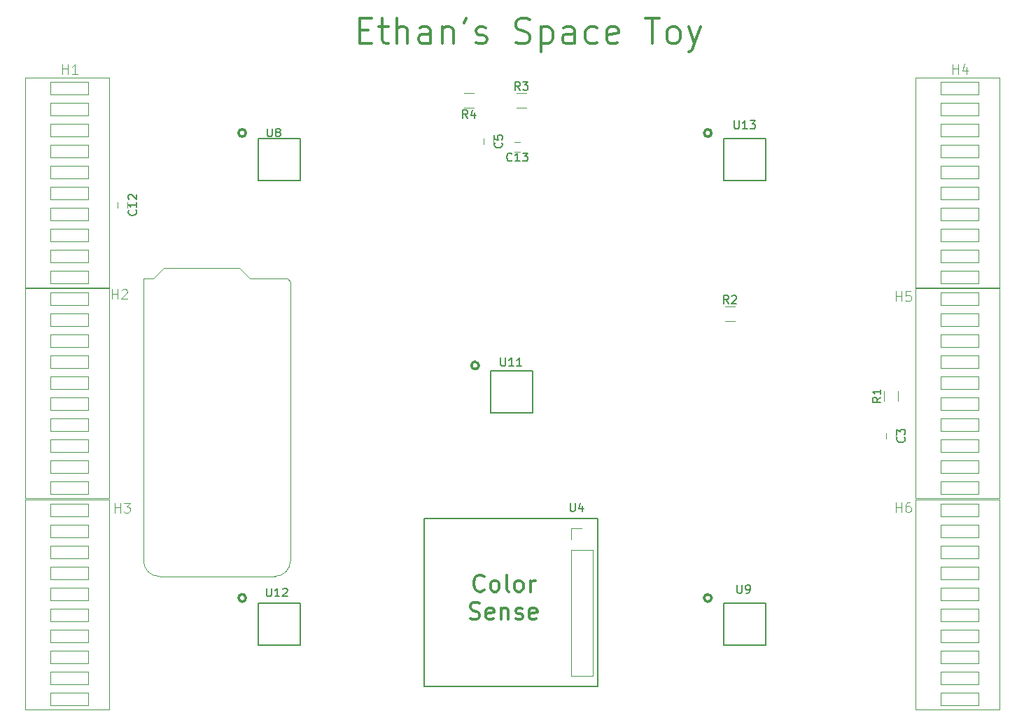
<source format=gbr>
G04 #@! TF.FileFunction,Legend,Top*
%FSLAX46Y46*%
G04 Gerber Fmt 4.6, Leading zero omitted, Abs format (unit mm)*
G04 Created by KiCad (PCBNEW 4.0.6) date 09/02/17 13:52:09*
%MOMM*%
%LPD*%
G01*
G04 APERTURE LIST*
%ADD10C,0.100000*%
%ADD11C,0.300000*%
%ADD12C,0.120000*%
%ADD13C,0.150000*%
%ADD14C,0.101600*%
G04 APERTURE END LIST*
D10*
D11*
X135805333Y-134560714D02*
X135708571Y-134657476D01*
X135418286Y-134754238D01*
X135224762Y-134754238D01*
X134934476Y-134657476D01*
X134740952Y-134463952D01*
X134644191Y-134270429D01*
X134547429Y-133883381D01*
X134547429Y-133593095D01*
X134644191Y-133206048D01*
X134740952Y-133012524D01*
X134934476Y-132819000D01*
X135224762Y-132722238D01*
X135418286Y-132722238D01*
X135708571Y-132819000D01*
X135805333Y-132915762D01*
X136966476Y-134754238D02*
X136772952Y-134657476D01*
X136676191Y-134560714D01*
X136579429Y-134367190D01*
X136579429Y-133786619D01*
X136676191Y-133593095D01*
X136772952Y-133496333D01*
X136966476Y-133399571D01*
X137256762Y-133399571D01*
X137450286Y-133496333D01*
X137547048Y-133593095D01*
X137643810Y-133786619D01*
X137643810Y-134367190D01*
X137547048Y-134560714D01*
X137450286Y-134657476D01*
X137256762Y-134754238D01*
X136966476Y-134754238D01*
X138804952Y-134754238D02*
X138611428Y-134657476D01*
X138514667Y-134463952D01*
X138514667Y-132722238D01*
X139869333Y-134754238D02*
X139675809Y-134657476D01*
X139579048Y-134560714D01*
X139482286Y-134367190D01*
X139482286Y-133786619D01*
X139579048Y-133593095D01*
X139675809Y-133496333D01*
X139869333Y-133399571D01*
X140159619Y-133399571D01*
X140353143Y-133496333D01*
X140449905Y-133593095D01*
X140546667Y-133786619D01*
X140546667Y-134367190D01*
X140449905Y-134560714D01*
X140353143Y-134657476D01*
X140159619Y-134754238D01*
X139869333Y-134754238D01*
X141417524Y-134754238D02*
X141417524Y-133399571D01*
X141417524Y-133786619D02*
X141514285Y-133593095D01*
X141611047Y-133496333D01*
X141804571Y-133399571D01*
X141998095Y-133399571D01*
X134112001Y-138005476D02*
X134402286Y-138102238D01*
X134886096Y-138102238D01*
X135079620Y-138005476D01*
X135176382Y-137908714D01*
X135273143Y-137715190D01*
X135273143Y-137521667D01*
X135176382Y-137328143D01*
X135079620Y-137231381D01*
X134886096Y-137134619D01*
X134499048Y-137037857D01*
X134305524Y-136941095D01*
X134208763Y-136844333D01*
X134112001Y-136650810D01*
X134112001Y-136457286D01*
X134208763Y-136263762D01*
X134305524Y-136167000D01*
X134499048Y-136070238D01*
X134982858Y-136070238D01*
X135273143Y-136167000D01*
X136918096Y-138005476D02*
X136724572Y-138102238D01*
X136337524Y-138102238D01*
X136144001Y-138005476D01*
X136047239Y-137811952D01*
X136047239Y-137037857D01*
X136144001Y-136844333D01*
X136337524Y-136747571D01*
X136724572Y-136747571D01*
X136918096Y-136844333D01*
X137014858Y-137037857D01*
X137014858Y-137231381D01*
X136047239Y-137424905D01*
X137885715Y-136747571D02*
X137885715Y-138102238D01*
X137885715Y-136941095D02*
X137982476Y-136844333D01*
X138176000Y-136747571D01*
X138466286Y-136747571D01*
X138659810Y-136844333D01*
X138756572Y-137037857D01*
X138756572Y-138102238D01*
X139627429Y-138005476D02*
X139820952Y-138102238D01*
X140208000Y-138102238D01*
X140401524Y-138005476D01*
X140498286Y-137811952D01*
X140498286Y-137715190D01*
X140401524Y-137521667D01*
X140208000Y-137424905D01*
X139917714Y-137424905D01*
X139724191Y-137328143D01*
X139627429Y-137134619D01*
X139627429Y-137037857D01*
X139724191Y-136844333D01*
X139917714Y-136747571D01*
X140208000Y-136747571D01*
X140401524Y-136844333D01*
X142143238Y-138005476D02*
X141949714Y-138102238D01*
X141562666Y-138102238D01*
X141369143Y-138005476D01*
X141272381Y-137811952D01*
X141272381Y-137037857D01*
X141369143Y-136844333D01*
X141562666Y-136747571D01*
X141949714Y-136747571D01*
X142143238Y-136844333D01*
X142240000Y-137037857D01*
X142240000Y-137231381D01*
X141272381Y-137424905D01*
X120758858Y-66838286D02*
X121774858Y-66838286D01*
X122210287Y-68434857D02*
X120758858Y-68434857D01*
X120758858Y-65386857D01*
X122210287Y-65386857D01*
X123081144Y-66402857D02*
X124242287Y-66402857D01*
X123516572Y-65386857D02*
X123516572Y-67999429D01*
X123661715Y-68289714D01*
X123952001Y-68434857D01*
X124242287Y-68434857D01*
X125258286Y-68434857D02*
X125258286Y-65386857D01*
X126564572Y-68434857D02*
X126564572Y-66838286D01*
X126419429Y-66548000D01*
X126129143Y-66402857D01*
X125693715Y-66402857D01*
X125403429Y-66548000D01*
X125258286Y-66693143D01*
X129322286Y-68434857D02*
X129322286Y-66838286D01*
X129177143Y-66548000D01*
X128886857Y-66402857D01*
X128306286Y-66402857D01*
X128016000Y-66548000D01*
X129322286Y-68289714D02*
X129032000Y-68434857D01*
X128306286Y-68434857D01*
X128016000Y-68289714D01*
X127870857Y-67999429D01*
X127870857Y-67709143D01*
X128016000Y-67418857D01*
X128306286Y-67273714D01*
X129032000Y-67273714D01*
X129322286Y-67128571D01*
X130773714Y-66402857D02*
X130773714Y-68434857D01*
X130773714Y-66693143D02*
X130918857Y-66548000D01*
X131209143Y-66402857D01*
X131644571Y-66402857D01*
X131934857Y-66548000D01*
X132080000Y-66838286D01*
X132080000Y-68434857D01*
X133676571Y-65386857D02*
X133386285Y-65967429D01*
X134837714Y-68289714D02*
X135128000Y-68434857D01*
X135708572Y-68434857D01*
X135998857Y-68289714D01*
X136144000Y-67999429D01*
X136144000Y-67854286D01*
X135998857Y-67564000D01*
X135708572Y-67418857D01*
X135273143Y-67418857D01*
X134982857Y-67273714D01*
X134837714Y-66983429D01*
X134837714Y-66838286D01*
X134982857Y-66548000D01*
X135273143Y-66402857D01*
X135708572Y-66402857D01*
X135998857Y-66548000D01*
X139627429Y-68289714D02*
X140062858Y-68434857D01*
X140788572Y-68434857D01*
X141078858Y-68289714D01*
X141224001Y-68144571D01*
X141369144Y-67854286D01*
X141369144Y-67564000D01*
X141224001Y-67273714D01*
X141078858Y-67128571D01*
X140788572Y-66983429D01*
X140208001Y-66838286D01*
X139917715Y-66693143D01*
X139772572Y-66548000D01*
X139627429Y-66257714D01*
X139627429Y-65967429D01*
X139772572Y-65677143D01*
X139917715Y-65532000D01*
X140208001Y-65386857D01*
X140933715Y-65386857D01*
X141369144Y-65532000D01*
X142675429Y-66402857D02*
X142675429Y-69450857D01*
X142675429Y-66548000D02*
X142965715Y-66402857D01*
X143546286Y-66402857D01*
X143836572Y-66548000D01*
X143981715Y-66693143D01*
X144126858Y-66983429D01*
X144126858Y-67854286D01*
X143981715Y-68144571D01*
X143836572Y-68289714D01*
X143546286Y-68434857D01*
X142965715Y-68434857D01*
X142675429Y-68289714D01*
X146739429Y-68434857D02*
X146739429Y-66838286D01*
X146594286Y-66548000D01*
X146304000Y-66402857D01*
X145723429Y-66402857D01*
X145433143Y-66548000D01*
X146739429Y-68289714D02*
X146449143Y-68434857D01*
X145723429Y-68434857D01*
X145433143Y-68289714D01*
X145288000Y-67999429D01*
X145288000Y-67709143D01*
X145433143Y-67418857D01*
X145723429Y-67273714D01*
X146449143Y-67273714D01*
X146739429Y-67128571D01*
X149497143Y-68289714D02*
X149206857Y-68434857D01*
X148626286Y-68434857D01*
X148336000Y-68289714D01*
X148190857Y-68144571D01*
X148045714Y-67854286D01*
X148045714Y-66983429D01*
X148190857Y-66693143D01*
X148336000Y-66548000D01*
X148626286Y-66402857D01*
X149206857Y-66402857D01*
X149497143Y-66548000D01*
X151964571Y-68289714D02*
X151674285Y-68434857D01*
X151093714Y-68434857D01*
X150803428Y-68289714D01*
X150658285Y-67999429D01*
X150658285Y-66838286D01*
X150803428Y-66548000D01*
X151093714Y-66402857D01*
X151674285Y-66402857D01*
X151964571Y-66548000D01*
X152109714Y-66838286D01*
X152109714Y-67128571D01*
X150658285Y-67418857D01*
X155302857Y-65386857D02*
X157044571Y-65386857D01*
X156173714Y-68434857D02*
X156173714Y-65386857D01*
X158496000Y-68434857D02*
X158205714Y-68289714D01*
X158060571Y-68144571D01*
X157915428Y-67854286D01*
X157915428Y-66983429D01*
X158060571Y-66693143D01*
X158205714Y-66548000D01*
X158496000Y-66402857D01*
X158931428Y-66402857D01*
X159221714Y-66548000D01*
X159366857Y-66693143D01*
X159512000Y-66983429D01*
X159512000Y-67854286D01*
X159366857Y-68144571D01*
X159221714Y-68289714D01*
X158931428Y-68434857D01*
X158496000Y-68434857D01*
X160528000Y-66402857D02*
X161253714Y-68434857D01*
X161979428Y-66402857D02*
X161253714Y-68434857D01*
X160963428Y-69160571D01*
X160818285Y-69305714D01*
X160528000Y-69450857D01*
D10*
X112395000Y-97282000D02*
X112395000Y-131000500D01*
X110490000Y-132905500D02*
X96520000Y-132905500D01*
X94615000Y-131000500D02*
X94615000Y-96837500D01*
X94615000Y-96837500D02*
X95758000Y-96837500D01*
X95758000Y-96837500D02*
X97028000Y-95567500D01*
X97028000Y-95567500D02*
X106235500Y-95567500D01*
X106235500Y-95567500D02*
X107505500Y-96837500D01*
X107505500Y-96837500D02*
X112014000Y-96837500D01*
X112014000Y-96837500D02*
X112395000Y-97282000D01*
X112395000Y-131000500D02*
G75*
G02X110490000Y-132905500I-1905000J0D01*
G01*
X96520000Y-132905500D02*
G75*
G02X94615000Y-131000500I0J1905000D01*
G01*
D12*
X87884000Y-121412000D02*
X87884000Y-122936000D01*
X87884000Y-122936000D02*
X83312000Y-122936000D01*
X83312000Y-122936000D02*
X83312000Y-121412000D01*
X83312000Y-121412000D02*
X87884000Y-121412000D01*
X87884000Y-118872000D02*
X87884000Y-120396000D01*
X87884000Y-120396000D02*
X83312000Y-120396000D01*
X83312000Y-120396000D02*
X83312000Y-118872000D01*
X83312000Y-118872000D02*
X87884000Y-118872000D01*
X87884000Y-116332000D02*
X87884000Y-117856000D01*
X87884000Y-117856000D02*
X83312000Y-117856000D01*
X83312000Y-117856000D02*
X83312000Y-116332000D01*
X83312000Y-116332000D02*
X87884000Y-116332000D01*
X87884000Y-113792000D02*
X87884000Y-115316000D01*
X87884000Y-115316000D02*
X83312000Y-115316000D01*
X83312000Y-115316000D02*
X83312000Y-113792000D01*
X83312000Y-113792000D02*
X87884000Y-113792000D01*
X87884000Y-111252000D02*
X87884000Y-112776000D01*
X87884000Y-112776000D02*
X83312000Y-112776000D01*
X83312000Y-112776000D02*
X83312000Y-111252000D01*
X83312000Y-111252000D02*
X87884000Y-111252000D01*
X87884000Y-108712000D02*
X87884000Y-110236000D01*
X87884000Y-110236000D02*
X83312000Y-110236000D01*
X83312000Y-110236000D02*
X83312000Y-108712000D01*
X83312000Y-108712000D02*
X87884000Y-108712000D01*
X83312000Y-106172000D02*
X83312000Y-107696000D01*
X83312000Y-107696000D02*
X87884000Y-107696000D01*
X87884000Y-107696000D02*
X87884000Y-106172000D01*
X87884000Y-106172000D02*
X83312000Y-106172000D01*
X87884000Y-103632000D02*
X87884000Y-105156000D01*
X87884000Y-105156000D02*
X83312000Y-105156000D01*
X83312000Y-105156000D02*
X83312000Y-103632000D01*
X83312000Y-103632000D02*
X87884000Y-103632000D01*
X83312000Y-101092000D02*
X87884000Y-101092000D01*
X87884000Y-101092000D02*
X87884000Y-102616000D01*
X87884000Y-102616000D02*
X83312000Y-102616000D01*
X83312000Y-102616000D02*
X83312000Y-101092000D01*
X83312000Y-98552000D02*
X87884000Y-98552000D01*
X87884000Y-98552000D02*
X87884000Y-100076000D01*
X87884000Y-100076000D02*
X83312000Y-100076000D01*
X83312000Y-100076000D02*
X83312000Y-98552000D01*
X83312000Y-121920000D02*
X83312000Y-122428000D01*
X87884000Y-122428000D02*
X87884000Y-121920000D01*
X83312000Y-119380000D02*
X83312000Y-119888000D01*
X87884000Y-119888000D02*
X87884000Y-119380000D01*
X83312000Y-116840000D02*
X83312000Y-117348000D01*
X87884000Y-117348000D02*
X87884000Y-116840000D01*
X83312000Y-114300000D02*
X83312000Y-114808000D01*
X87884000Y-114808000D02*
X87884000Y-114300000D01*
X83312000Y-111760000D02*
X83312000Y-112268000D01*
X87884000Y-112268000D02*
X87884000Y-111760000D01*
X83312000Y-109220000D02*
X83312000Y-109728000D01*
X87884000Y-109728000D02*
X87884000Y-109220000D01*
X87884000Y-107188000D02*
X87884000Y-106680000D01*
X83312000Y-106680000D02*
X83312000Y-107188000D01*
X83312000Y-104140000D02*
X83312000Y-104648000D01*
X87884000Y-104648000D02*
X87884000Y-104140000D01*
X83312000Y-101600000D02*
X83312000Y-102108000D01*
X87884000Y-102108000D02*
X87884000Y-101600000D01*
X87884000Y-99060000D02*
X87884000Y-99568000D01*
X83312000Y-99568000D02*
X83312000Y-99060000D01*
X90424000Y-123444000D02*
X80264000Y-123444000D01*
X80264000Y-123444000D02*
X80264000Y-98044000D01*
X80264000Y-98044000D02*
X90424000Y-98044000D01*
X90424000Y-98044000D02*
X90424000Y-123444000D01*
D11*
X163322500Y-79248000D02*
G75*
G03X163322500Y-79248000I-445000J0D01*
G01*
D13*
X164782500Y-79883000D02*
X164782500Y-84963000D01*
X164782500Y-84963000D02*
X169862500Y-84963000D01*
X169862500Y-84963000D02*
X169862500Y-79883000D01*
X169862500Y-79883000D02*
X164782500Y-79883000D01*
D11*
X135166600Y-107378500D02*
G75*
G03X135166600Y-107378500I-445000J0D01*
G01*
D13*
X136626600Y-108013500D02*
X136626600Y-113093500D01*
X136626600Y-113093500D02*
X141706600Y-113093500D01*
X141706600Y-113093500D02*
X141706600Y-108013500D01*
X141706600Y-108013500D02*
X136626600Y-108013500D01*
D11*
X106998000Y-135509000D02*
G75*
G03X106998000Y-135509000I-445000J0D01*
G01*
D13*
X108458000Y-136144000D02*
X108458000Y-141224000D01*
X108458000Y-141224000D02*
X113538000Y-141224000D01*
X113538000Y-141224000D02*
X113538000Y-136144000D01*
X113538000Y-136144000D02*
X108458000Y-136144000D01*
D11*
X163322500Y-135509000D02*
G75*
G03X163322500Y-135509000I-445000J0D01*
G01*
D13*
X164782500Y-136144000D02*
X164782500Y-141224000D01*
X164782500Y-141224000D02*
X169862500Y-141224000D01*
X169862500Y-141224000D02*
X169862500Y-136144000D01*
X169862500Y-136144000D02*
X164782500Y-136144000D01*
D11*
X106998000Y-79248000D02*
G75*
G03X106998000Y-79248000I-445000J0D01*
G01*
D13*
X108458000Y-79883000D02*
X108458000Y-84963000D01*
X108458000Y-84963000D02*
X113538000Y-84963000D01*
X113538000Y-84963000D02*
X113538000Y-79883000D01*
X113538000Y-79883000D02*
X108458000Y-79883000D01*
X149542500Y-125857000D02*
X149542500Y-146177000D01*
X149542500Y-146177000D02*
X128587500Y-146177000D01*
X128587500Y-146177000D02*
X128587500Y-125857000D01*
X128587500Y-125857000D02*
X149542500Y-125857000D01*
D12*
X146307500Y-144967000D02*
X148967500Y-144967000D01*
X146307500Y-129667000D02*
X146307500Y-144967000D01*
X148967500Y-129667000D02*
X148967500Y-144967000D01*
X146307500Y-129667000D02*
X148967500Y-129667000D01*
X146307500Y-128397000D02*
X146307500Y-127067000D01*
X146307500Y-127067000D02*
X147637500Y-127067000D01*
X133385000Y-74431000D02*
X134585000Y-74431000D01*
X134585000Y-76191000D02*
X133385000Y-76191000D01*
X140935000Y-76191000D02*
X139735000Y-76191000D01*
X139735000Y-74431000D02*
X140935000Y-74431000D01*
X166144500Y-102035500D02*
X164944500Y-102035500D01*
X164944500Y-100275500D02*
X166144500Y-100275500D01*
X185919000Y-110461500D02*
X185919000Y-111661500D01*
X184159000Y-111661500D02*
X184159000Y-110461500D01*
X195580000Y-146939000D02*
X195580000Y-148463000D01*
X195580000Y-148463000D02*
X191008000Y-148463000D01*
X191008000Y-148463000D02*
X191008000Y-146939000D01*
X191008000Y-146939000D02*
X195580000Y-146939000D01*
X195580000Y-144399000D02*
X195580000Y-145923000D01*
X195580000Y-145923000D02*
X191008000Y-145923000D01*
X191008000Y-145923000D02*
X191008000Y-144399000D01*
X191008000Y-144399000D02*
X195580000Y-144399000D01*
X195580000Y-141859000D02*
X195580000Y-143383000D01*
X195580000Y-143383000D02*
X191008000Y-143383000D01*
X191008000Y-143383000D02*
X191008000Y-141859000D01*
X191008000Y-141859000D02*
X195580000Y-141859000D01*
X195580000Y-139319000D02*
X195580000Y-140843000D01*
X195580000Y-140843000D02*
X191008000Y-140843000D01*
X191008000Y-140843000D02*
X191008000Y-139319000D01*
X191008000Y-139319000D02*
X195580000Y-139319000D01*
X195580000Y-136779000D02*
X195580000Y-138303000D01*
X195580000Y-138303000D02*
X191008000Y-138303000D01*
X191008000Y-138303000D02*
X191008000Y-136779000D01*
X191008000Y-136779000D02*
X195580000Y-136779000D01*
X195580000Y-134239000D02*
X195580000Y-135763000D01*
X195580000Y-135763000D02*
X191008000Y-135763000D01*
X191008000Y-135763000D02*
X191008000Y-134239000D01*
X191008000Y-134239000D02*
X195580000Y-134239000D01*
X191008000Y-131699000D02*
X191008000Y-133223000D01*
X191008000Y-133223000D02*
X195580000Y-133223000D01*
X195580000Y-133223000D02*
X195580000Y-131699000D01*
X195580000Y-131699000D02*
X191008000Y-131699000D01*
X195580000Y-129159000D02*
X195580000Y-130683000D01*
X195580000Y-130683000D02*
X191008000Y-130683000D01*
X191008000Y-130683000D02*
X191008000Y-129159000D01*
X191008000Y-129159000D02*
X195580000Y-129159000D01*
X191008000Y-126619000D02*
X195580000Y-126619000D01*
X195580000Y-126619000D02*
X195580000Y-128143000D01*
X195580000Y-128143000D02*
X191008000Y-128143000D01*
X191008000Y-128143000D02*
X191008000Y-126619000D01*
X191008000Y-124079000D02*
X195580000Y-124079000D01*
X195580000Y-124079000D02*
X195580000Y-125603000D01*
X195580000Y-125603000D02*
X191008000Y-125603000D01*
X191008000Y-125603000D02*
X191008000Y-124079000D01*
X191008000Y-147447000D02*
X191008000Y-147955000D01*
X195580000Y-147955000D02*
X195580000Y-147447000D01*
X191008000Y-144907000D02*
X191008000Y-145415000D01*
X195580000Y-145415000D02*
X195580000Y-144907000D01*
X191008000Y-142367000D02*
X191008000Y-142875000D01*
X195580000Y-142875000D02*
X195580000Y-142367000D01*
X191008000Y-139827000D02*
X191008000Y-140335000D01*
X195580000Y-140335000D02*
X195580000Y-139827000D01*
X191008000Y-137287000D02*
X191008000Y-137795000D01*
X195580000Y-137795000D02*
X195580000Y-137287000D01*
X191008000Y-134747000D02*
X191008000Y-135255000D01*
X195580000Y-135255000D02*
X195580000Y-134747000D01*
X195580000Y-132715000D02*
X195580000Y-132207000D01*
X191008000Y-132207000D02*
X191008000Y-132715000D01*
X191008000Y-129667000D02*
X191008000Y-130175000D01*
X195580000Y-130175000D02*
X195580000Y-129667000D01*
X191008000Y-127127000D02*
X191008000Y-127635000D01*
X195580000Y-127635000D02*
X195580000Y-127127000D01*
X195580000Y-124587000D02*
X195580000Y-125095000D01*
X191008000Y-125095000D02*
X191008000Y-124587000D01*
X198120000Y-148971000D02*
X187960000Y-148971000D01*
X187960000Y-148971000D02*
X187960000Y-123571000D01*
X187960000Y-123571000D02*
X198120000Y-123571000D01*
X198120000Y-123571000D02*
X198120000Y-148971000D01*
X195580000Y-121412000D02*
X195580000Y-122936000D01*
X195580000Y-122936000D02*
X191008000Y-122936000D01*
X191008000Y-122936000D02*
X191008000Y-121412000D01*
X191008000Y-121412000D02*
X195580000Y-121412000D01*
X195580000Y-118872000D02*
X195580000Y-120396000D01*
X195580000Y-120396000D02*
X191008000Y-120396000D01*
X191008000Y-120396000D02*
X191008000Y-118872000D01*
X191008000Y-118872000D02*
X195580000Y-118872000D01*
X195580000Y-116332000D02*
X195580000Y-117856000D01*
X195580000Y-117856000D02*
X191008000Y-117856000D01*
X191008000Y-117856000D02*
X191008000Y-116332000D01*
X191008000Y-116332000D02*
X195580000Y-116332000D01*
X195580000Y-113792000D02*
X195580000Y-115316000D01*
X195580000Y-115316000D02*
X191008000Y-115316000D01*
X191008000Y-115316000D02*
X191008000Y-113792000D01*
X191008000Y-113792000D02*
X195580000Y-113792000D01*
X195580000Y-111252000D02*
X195580000Y-112776000D01*
X195580000Y-112776000D02*
X191008000Y-112776000D01*
X191008000Y-112776000D02*
X191008000Y-111252000D01*
X191008000Y-111252000D02*
X195580000Y-111252000D01*
X195580000Y-108712000D02*
X195580000Y-110236000D01*
X195580000Y-110236000D02*
X191008000Y-110236000D01*
X191008000Y-110236000D02*
X191008000Y-108712000D01*
X191008000Y-108712000D02*
X195580000Y-108712000D01*
X191008000Y-106172000D02*
X191008000Y-107696000D01*
X191008000Y-107696000D02*
X195580000Y-107696000D01*
X195580000Y-107696000D02*
X195580000Y-106172000D01*
X195580000Y-106172000D02*
X191008000Y-106172000D01*
X195580000Y-103632000D02*
X195580000Y-105156000D01*
X195580000Y-105156000D02*
X191008000Y-105156000D01*
X191008000Y-105156000D02*
X191008000Y-103632000D01*
X191008000Y-103632000D02*
X195580000Y-103632000D01*
X191008000Y-101092000D02*
X195580000Y-101092000D01*
X195580000Y-101092000D02*
X195580000Y-102616000D01*
X195580000Y-102616000D02*
X191008000Y-102616000D01*
X191008000Y-102616000D02*
X191008000Y-101092000D01*
X191008000Y-98552000D02*
X195580000Y-98552000D01*
X195580000Y-98552000D02*
X195580000Y-100076000D01*
X195580000Y-100076000D02*
X191008000Y-100076000D01*
X191008000Y-100076000D02*
X191008000Y-98552000D01*
X191008000Y-121920000D02*
X191008000Y-122428000D01*
X195580000Y-122428000D02*
X195580000Y-121920000D01*
X191008000Y-119380000D02*
X191008000Y-119888000D01*
X195580000Y-119888000D02*
X195580000Y-119380000D01*
X191008000Y-116840000D02*
X191008000Y-117348000D01*
X195580000Y-117348000D02*
X195580000Y-116840000D01*
X191008000Y-114300000D02*
X191008000Y-114808000D01*
X195580000Y-114808000D02*
X195580000Y-114300000D01*
X191008000Y-111760000D02*
X191008000Y-112268000D01*
X195580000Y-112268000D02*
X195580000Y-111760000D01*
X191008000Y-109220000D02*
X191008000Y-109728000D01*
X195580000Y-109728000D02*
X195580000Y-109220000D01*
X195580000Y-107188000D02*
X195580000Y-106680000D01*
X191008000Y-106680000D02*
X191008000Y-107188000D01*
X191008000Y-104140000D02*
X191008000Y-104648000D01*
X195580000Y-104648000D02*
X195580000Y-104140000D01*
X191008000Y-101600000D02*
X191008000Y-102108000D01*
X195580000Y-102108000D02*
X195580000Y-101600000D01*
X195580000Y-99060000D02*
X195580000Y-99568000D01*
X191008000Y-99568000D02*
X191008000Y-99060000D01*
X198120000Y-123444000D02*
X187960000Y-123444000D01*
X187960000Y-123444000D02*
X187960000Y-98044000D01*
X187960000Y-98044000D02*
X198120000Y-98044000D01*
X198120000Y-98044000D02*
X198120000Y-123444000D01*
X195580000Y-95885000D02*
X195580000Y-97409000D01*
X195580000Y-97409000D02*
X191008000Y-97409000D01*
X191008000Y-97409000D02*
X191008000Y-95885000D01*
X191008000Y-95885000D02*
X195580000Y-95885000D01*
X195580000Y-93345000D02*
X195580000Y-94869000D01*
X195580000Y-94869000D02*
X191008000Y-94869000D01*
X191008000Y-94869000D02*
X191008000Y-93345000D01*
X191008000Y-93345000D02*
X195580000Y-93345000D01*
X195580000Y-90805000D02*
X195580000Y-92329000D01*
X195580000Y-92329000D02*
X191008000Y-92329000D01*
X191008000Y-92329000D02*
X191008000Y-90805000D01*
X191008000Y-90805000D02*
X195580000Y-90805000D01*
X195580000Y-88265000D02*
X195580000Y-89789000D01*
X195580000Y-89789000D02*
X191008000Y-89789000D01*
X191008000Y-89789000D02*
X191008000Y-88265000D01*
X191008000Y-88265000D02*
X195580000Y-88265000D01*
X195580000Y-85725000D02*
X195580000Y-87249000D01*
X195580000Y-87249000D02*
X191008000Y-87249000D01*
X191008000Y-87249000D02*
X191008000Y-85725000D01*
X191008000Y-85725000D02*
X195580000Y-85725000D01*
X195580000Y-83185000D02*
X195580000Y-84709000D01*
X195580000Y-84709000D02*
X191008000Y-84709000D01*
X191008000Y-84709000D02*
X191008000Y-83185000D01*
X191008000Y-83185000D02*
X195580000Y-83185000D01*
X191008000Y-80645000D02*
X191008000Y-82169000D01*
X191008000Y-82169000D02*
X195580000Y-82169000D01*
X195580000Y-82169000D02*
X195580000Y-80645000D01*
X195580000Y-80645000D02*
X191008000Y-80645000D01*
X195580000Y-78105000D02*
X195580000Y-79629000D01*
X195580000Y-79629000D02*
X191008000Y-79629000D01*
X191008000Y-79629000D02*
X191008000Y-78105000D01*
X191008000Y-78105000D02*
X195580000Y-78105000D01*
X191008000Y-75565000D02*
X195580000Y-75565000D01*
X195580000Y-75565000D02*
X195580000Y-77089000D01*
X195580000Y-77089000D02*
X191008000Y-77089000D01*
X191008000Y-77089000D02*
X191008000Y-75565000D01*
X191008000Y-73025000D02*
X195580000Y-73025000D01*
X195580000Y-73025000D02*
X195580000Y-74549000D01*
X195580000Y-74549000D02*
X191008000Y-74549000D01*
X191008000Y-74549000D02*
X191008000Y-73025000D01*
X191008000Y-96393000D02*
X191008000Y-96901000D01*
X195580000Y-96901000D02*
X195580000Y-96393000D01*
X191008000Y-93853000D02*
X191008000Y-94361000D01*
X195580000Y-94361000D02*
X195580000Y-93853000D01*
X191008000Y-91313000D02*
X191008000Y-91821000D01*
X195580000Y-91821000D02*
X195580000Y-91313000D01*
X191008000Y-88773000D02*
X191008000Y-89281000D01*
X195580000Y-89281000D02*
X195580000Y-88773000D01*
X191008000Y-86233000D02*
X191008000Y-86741000D01*
X195580000Y-86741000D02*
X195580000Y-86233000D01*
X191008000Y-83693000D02*
X191008000Y-84201000D01*
X195580000Y-84201000D02*
X195580000Y-83693000D01*
X195580000Y-81661000D02*
X195580000Y-81153000D01*
X191008000Y-81153000D02*
X191008000Y-81661000D01*
X191008000Y-78613000D02*
X191008000Y-79121000D01*
X195580000Y-79121000D02*
X195580000Y-78613000D01*
X191008000Y-76073000D02*
X191008000Y-76581000D01*
X195580000Y-76581000D02*
X195580000Y-76073000D01*
X195580000Y-73533000D02*
X195580000Y-74041000D01*
X191008000Y-74041000D02*
X191008000Y-73533000D01*
X198120000Y-97917000D02*
X187960000Y-97917000D01*
X187960000Y-97917000D02*
X187960000Y-72517000D01*
X187960000Y-72517000D02*
X198120000Y-72517000D01*
X198120000Y-72517000D02*
X198120000Y-97917000D01*
X87884000Y-146939000D02*
X87884000Y-148463000D01*
X87884000Y-148463000D02*
X83312000Y-148463000D01*
X83312000Y-148463000D02*
X83312000Y-146939000D01*
X83312000Y-146939000D02*
X87884000Y-146939000D01*
X87884000Y-144399000D02*
X87884000Y-145923000D01*
X87884000Y-145923000D02*
X83312000Y-145923000D01*
X83312000Y-145923000D02*
X83312000Y-144399000D01*
X83312000Y-144399000D02*
X87884000Y-144399000D01*
X87884000Y-141859000D02*
X87884000Y-143383000D01*
X87884000Y-143383000D02*
X83312000Y-143383000D01*
X83312000Y-143383000D02*
X83312000Y-141859000D01*
X83312000Y-141859000D02*
X87884000Y-141859000D01*
X87884000Y-139319000D02*
X87884000Y-140843000D01*
X87884000Y-140843000D02*
X83312000Y-140843000D01*
X83312000Y-140843000D02*
X83312000Y-139319000D01*
X83312000Y-139319000D02*
X87884000Y-139319000D01*
X87884000Y-136779000D02*
X87884000Y-138303000D01*
X87884000Y-138303000D02*
X83312000Y-138303000D01*
X83312000Y-138303000D02*
X83312000Y-136779000D01*
X83312000Y-136779000D02*
X87884000Y-136779000D01*
X87884000Y-134239000D02*
X87884000Y-135763000D01*
X87884000Y-135763000D02*
X83312000Y-135763000D01*
X83312000Y-135763000D02*
X83312000Y-134239000D01*
X83312000Y-134239000D02*
X87884000Y-134239000D01*
X83312000Y-131699000D02*
X83312000Y-133223000D01*
X83312000Y-133223000D02*
X87884000Y-133223000D01*
X87884000Y-133223000D02*
X87884000Y-131699000D01*
X87884000Y-131699000D02*
X83312000Y-131699000D01*
X87884000Y-129159000D02*
X87884000Y-130683000D01*
X87884000Y-130683000D02*
X83312000Y-130683000D01*
X83312000Y-130683000D02*
X83312000Y-129159000D01*
X83312000Y-129159000D02*
X87884000Y-129159000D01*
X83312000Y-126619000D02*
X87884000Y-126619000D01*
X87884000Y-126619000D02*
X87884000Y-128143000D01*
X87884000Y-128143000D02*
X83312000Y-128143000D01*
X83312000Y-128143000D02*
X83312000Y-126619000D01*
X83312000Y-124079000D02*
X87884000Y-124079000D01*
X87884000Y-124079000D02*
X87884000Y-125603000D01*
X87884000Y-125603000D02*
X83312000Y-125603000D01*
X83312000Y-125603000D02*
X83312000Y-124079000D01*
X83312000Y-147447000D02*
X83312000Y-147955000D01*
X87884000Y-147955000D02*
X87884000Y-147447000D01*
X83312000Y-144907000D02*
X83312000Y-145415000D01*
X87884000Y-145415000D02*
X87884000Y-144907000D01*
X83312000Y-142367000D02*
X83312000Y-142875000D01*
X87884000Y-142875000D02*
X87884000Y-142367000D01*
X83312000Y-139827000D02*
X83312000Y-140335000D01*
X87884000Y-140335000D02*
X87884000Y-139827000D01*
X83312000Y-137287000D02*
X83312000Y-137795000D01*
X87884000Y-137795000D02*
X87884000Y-137287000D01*
X83312000Y-134747000D02*
X83312000Y-135255000D01*
X87884000Y-135255000D02*
X87884000Y-134747000D01*
X87884000Y-132715000D02*
X87884000Y-132207000D01*
X83312000Y-132207000D02*
X83312000Y-132715000D01*
X83312000Y-129667000D02*
X83312000Y-130175000D01*
X87884000Y-130175000D02*
X87884000Y-129667000D01*
X83312000Y-127127000D02*
X83312000Y-127635000D01*
X87884000Y-127635000D02*
X87884000Y-127127000D01*
X87884000Y-124587000D02*
X87884000Y-125095000D01*
X83312000Y-125095000D02*
X83312000Y-124587000D01*
X90424000Y-148971000D02*
X80264000Y-148971000D01*
X80264000Y-148971000D02*
X80264000Y-123571000D01*
X80264000Y-123571000D02*
X90424000Y-123571000D01*
X90424000Y-123571000D02*
X90424000Y-148971000D01*
X87884000Y-95885000D02*
X87884000Y-97409000D01*
X87884000Y-97409000D02*
X83312000Y-97409000D01*
X83312000Y-97409000D02*
X83312000Y-95885000D01*
X83312000Y-95885000D02*
X87884000Y-95885000D01*
X87884000Y-93345000D02*
X87884000Y-94869000D01*
X87884000Y-94869000D02*
X83312000Y-94869000D01*
X83312000Y-94869000D02*
X83312000Y-93345000D01*
X83312000Y-93345000D02*
X87884000Y-93345000D01*
X87884000Y-90805000D02*
X87884000Y-92329000D01*
X87884000Y-92329000D02*
X83312000Y-92329000D01*
X83312000Y-92329000D02*
X83312000Y-90805000D01*
X83312000Y-90805000D02*
X87884000Y-90805000D01*
X87884000Y-88265000D02*
X87884000Y-89789000D01*
X87884000Y-89789000D02*
X83312000Y-89789000D01*
X83312000Y-89789000D02*
X83312000Y-88265000D01*
X83312000Y-88265000D02*
X87884000Y-88265000D01*
X87884000Y-85725000D02*
X87884000Y-87249000D01*
X87884000Y-87249000D02*
X83312000Y-87249000D01*
X83312000Y-87249000D02*
X83312000Y-85725000D01*
X83312000Y-85725000D02*
X87884000Y-85725000D01*
X87884000Y-83185000D02*
X87884000Y-84709000D01*
X87884000Y-84709000D02*
X83312000Y-84709000D01*
X83312000Y-84709000D02*
X83312000Y-83185000D01*
X83312000Y-83185000D02*
X87884000Y-83185000D01*
X83312000Y-80645000D02*
X83312000Y-82169000D01*
X83312000Y-82169000D02*
X87884000Y-82169000D01*
X87884000Y-82169000D02*
X87884000Y-80645000D01*
X87884000Y-80645000D02*
X83312000Y-80645000D01*
X87884000Y-78105000D02*
X87884000Y-79629000D01*
X87884000Y-79629000D02*
X83312000Y-79629000D01*
X83312000Y-79629000D02*
X83312000Y-78105000D01*
X83312000Y-78105000D02*
X87884000Y-78105000D01*
X83312000Y-75565000D02*
X87884000Y-75565000D01*
X87884000Y-75565000D02*
X87884000Y-77089000D01*
X87884000Y-77089000D02*
X83312000Y-77089000D01*
X83312000Y-77089000D02*
X83312000Y-75565000D01*
X83312000Y-73025000D02*
X87884000Y-73025000D01*
X87884000Y-73025000D02*
X87884000Y-74549000D01*
X87884000Y-74549000D02*
X83312000Y-74549000D01*
X83312000Y-74549000D02*
X83312000Y-73025000D01*
X83312000Y-96393000D02*
X83312000Y-96901000D01*
X87884000Y-96901000D02*
X87884000Y-96393000D01*
X83312000Y-93853000D02*
X83312000Y-94361000D01*
X87884000Y-94361000D02*
X87884000Y-93853000D01*
X83312000Y-91313000D02*
X83312000Y-91821000D01*
X87884000Y-91821000D02*
X87884000Y-91313000D01*
X83312000Y-88773000D02*
X83312000Y-89281000D01*
X87884000Y-89281000D02*
X87884000Y-88773000D01*
X83312000Y-86233000D02*
X83312000Y-86741000D01*
X87884000Y-86741000D02*
X87884000Y-86233000D01*
X83312000Y-83693000D02*
X83312000Y-84201000D01*
X87884000Y-84201000D02*
X87884000Y-83693000D01*
X87884000Y-81661000D02*
X87884000Y-81153000D01*
X83312000Y-81153000D02*
X83312000Y-81661000D01*
X83312000Y-78613000D02*
X83312000Y-79121000D01*
X87884000Y-79121000D02*
X87884000Y-78613000D01*
X83312000Y-76073000D02*
X83312000Y-76581000D01*
X87884000Y-76581000D02*
X87884000Y-76073000D01*
X87884000Y-73533000D02*
X87884000Y-74041000D01*
X83312000Y-74041000D02*
X83312000Y-73533000D01*
X90424000Y-97917000D02*
X80264000Y-97917000D01*
X80264000Y-97917000D02*
X80264000Y-72517000D01*
X80264000Y-72517000D02*
X90424000Y-72517000D01*
X90424000Y-72517000D02*
X90424000Y-97917000D01*
X140177000Y-81562500D02*
X139477000Y-81562500D01*
X139477000Y-80362500D02*
X140177000Y-80362500D01*
X92675000Y-87597500D02*
X92675000Y-88297500D01*
X91475000Y-88297500D02*
X91475000Y-87597500D01*
X136934500Y-79914000D02*
X136934500Y-80614000D01*
X135734500Y-80614000D02*
X135734500Y-79914000D01*
X185639000Y-115537500D02*
X185639000Y-116237500D01*
X184439000Y-116237500D02*
X184439000Y-115537500D01*
D14*
D12*
X90779714Y-99348857D02*
X90779714Y-98148857D01*
X90779714Y-98720286D02*
X91465429Y-98720286D01*
X91465429Y-99348857D02*
X91465429Y-98148857D01*
X91979714Y-98263143D02*
X92036857Y-98206000D01*
X92151143Y-98148857D01*
X92436857Y-98148857D01*
X92551143Y-98206000D01*
X92608286Y-98263143D01*
X92665429Y-98377429D01*
X92665429Y-98491714D01*
X92608286Y-98663143D01*
X91922572Y-99348857D01*
X92665429Y-99348857D01*
D13*
X166084405Y-77747881D02*
X166084405Y-78557405D01*
X166132024Y-78652643D01*
X166179643Y-78700262D01*
X166274881Y-78747881D01*
X166465358Y-78747881D01*
X166560596Y-78700262D01*
X166608215Y-78652643D01*
X166655834Y-78557405D01*
X166655834Y-77747881D01*
X167655834Y-78747881D02*
X167084405Y-78747881D01*
X167370119Y-78747881D02*
X167370119Y-77747881D01*
X167274881Y-77890738D01*
X167179643Y-77985976D01*
X167084405Y-78033595D01*
X167989167Y-77747881D02*
X168608215Y-77747881D01*
X168274881Y-78128833D01*
X168417739Y-78128833D01*
X168512977Y-78176452D01*
X168560596Y-78224071D01*
X168608215Y-78319310D01*
X168608215Y-78557405D01*
X168560596Y-78652643D01*
X168512977Y-78700262D01*
X168417739Y-78747881D01*
X168132024Y-78747881D01*
X168036786Y-78700262D01*
X167989167Y-78652643D01*
X137826905Y-106449881D02*
X137826905Y-107259405D01*
X137874524Y-107354643D01*
X137922143Y-107402262D01*
X138017381Y-107449881D01*
X138207858Y-107449881D01*
X138303096Y-107402262D01*
X138350715Y-107354643D01*
X138398334Y-107259405D01*
X138398334Y-106449881D01*
X139398334Y-107449881D02*
X138826905Y-107449881D01*
X139112619Y-107449881D02*
X139112619Y-106449881D01*
X139017381Y-106592738D01*
X138922143Y-106687976D01*
X138826905Y-106735595D01*
X140350715Y-107449881D02*
X139779286Y-107449881D01*
X140065000Y-107449881D02*
X140065000Y-106449881D01*
X139969762Y-106592738D01*
X139874524Y-106687976D01*
X139779286Y-106735595D01*
X109505905Y-134326381D02*
X109505905Y-135135905D01*
X109553524Y-135231143D01*
X109601143Y-135278762D01*
X109696381Y-135326381D01*
X109886858Y-135326381D01*
X109982096Y-135278762D01*
X110029715Y-135231143D01*
X110077334Y-135135905D01*
X110077334Y-134326381D01*
X111077334Y-135326381D02*
X110505905Y-135326381D01*
X110791619Y-135326381D02*
X110791619Y-134326381D01*
X110696381Y-134469238D01*
X110601143Y-134564476D01*
X110505905Y-134612095D01*
X111458286Y-134421619D02*
X111505905Y-134374000D01*
X111601143Y-134326381D01*
X111839239Y-134326381D01*
X111934477Y-134374000D01*
X111982096Y-134421619D01*
X112029715Y-134516857D01*
X112029715Y-134612095D01*
X111982096Y-134754952D01*
X111410667Y-135326381D01*
X112029715Y-135326381D01*
X166433595Y-133945381D02*
X166433595Y-134754905D01*
X166481214Y-134850143D01*
X166528833Y-134897762D01*
X166624071Y-134945381D01*
X166814548Y-134945381D01*
X166909786Y-134897762D01*
X166957405Y-134850143D01*
X167005024Y-134754905D01*
X167005024Y-133945381D01*
X167528833Y-134945381D02*
X167719309Y-134945381D01*
X167814548Y-134897762D01*
X167862167Y-134850143D01*
X167957405Y-134707286D01*
X168005024Y-134516810D01*
X168005024Y-134135857D01*
X167957405Y-134040619D01*
X167909786Y-133993000D01*
X167814548Y-133945381D01*
X167624071Y-133945381D01*
X167528833Y-133993000D01*
X167481214Y-134040619D01*
X167433595Y-134135857D01*
X167433595Y-134373952D01*
X167481214Y-134469190D01*
X167528833Y-134516810D01*
X167624071Y-134564429D01*
X167814548Y-134564429D01*
X167909786Y-134516810D01*
X167957405Y-134469190D01*
X168005024Y-134373952D01*
X109601095Y-78700381D02*
X109601095Y-79509905D01*
X109648714Y-79605143D01*
X109696333Y-79652762D01*
X109791571Y-79700381D01*
X109982048Y-79700381D01*
X110077286Y-79652762D01*
X110124905Y-79605143D01*
X110172524Y-79509905D01*
X110172524Y-78700381D01*
X110791571Y-79128952D02*
X110696333Y-79081333D01*
X110648714Y-79033714D01*
X110601095Y-78938476D01*
X110601095Y-78890857D01*
X110648714Y-78795619D01*
X110696333Y-78748000D01*
X110791571Y-78700381D01*
X110982048Y-78700381D01*
X111077286Y-78748000D01*
X111124905Y-78795619D01*
X111172524Y-78890857D01*
X111172524Y-78938476D01*
X111124905Y-79033714D01*
X111077286Y-79081333D01*
X110982048Y-79128952D01*
X110791571Y-79128952D01*
X110696333Y-79176571D01*
X110648714Y-79224190D01*
X110601095Y-79319429D01*
X110601095Y-79509905D01*
X110648714Y-79605143D01*
X110696333Y-79652762D01*
X110791571Y-79700381D01*
X110982048Y-79700381D01*
X111077286Y-79652762D01*
X111124905Y-79605143D01*
X111172524Y-79509905D01*
X111172524Y-79319429D01*
X111124905Y-79224190D01*
X111077286Y-79176571D01*
X110982048Y-79128952D01*
X146240595Y-124039381D02*
X146240595Y-124848905D01*
X146288214Y-124944143D01*
X146335833Y-124991762D01*
X146431071Y-125039381D01*
X146621548Y-125039381D01*
X146716786Y-124991762D01*
X146764405Y-124944143D01*
X146812024Y-124848905D01*
X146812024Y-124039381D01*
X147716786Y-124372714D02*
X147716786Y-125039381D01*
X147478690Y-123991762D02*
X147240595Y-124706048D01*
X147859643Y-124706048D01*
X133818334Y-77463381D02*
X133485000Y-76987190D01*
X133246905Y-77463381D02*
X133246905Y-76463381D01*
X133627858Y-76463381D01*
X133723096Y-76511000D01*
X133770715Y-76558619D01*
X133818334Y-76653857D01*
X133818334Y-76796714D01*
X133770715Y-76891952D01*
X133723096Y-76939571D01*
X133627858Y-76987190D01*
X133246905Y-76987190D01*
X134675477Y-76796714D02*
X134675477Y-77463381D01*
X134437381Y-76415762D02*
X134199286Y-77130048D01*
X134818334Y-77130048D01*
X140168334Y-74063381D02*
X139835000Y-73587190D01*
X139596905Y-74063381D02*
X139596905Y-73063381D01*
X139977858Y-73063381D01*
X140073096Y-73111000D01*
X140120715Y-73158619D01*
X140168334Y-73253857D01*
X140168334Y-73396714D01*
X140120715Y-73491952D01*
X140073096Y-73539571D01*
X139977858Y-73587190D01*
X139596905Y-73587190D01*
X140501667Y-73063381D02*
X141120715Y-73063381D01*
X140787381Y-73444333D01*
X140930239Y-73444333D01*
X141025477Y-73491952D01*
X141073096Y-73539571D01*
X141120715Y-73634810D01*
X141120715Y-73872905D01*
X141073096Y-73968143D01*
X141025477Y-74015762D01*
X140930239Y-74063381D01*
X140644524Y-74063381D01*
X140549286Y-74015762D01*
X140501667Y-73968143D01*
X165377834Y-99907881D02*
X165044500Y-99431690D01*
X164806405Y-99907881D02*
X164806405Y-98907881D01*
X165187358Y-98907881D01*
X165282596Y-98955500D01*
X165330215Y-99003119D01*
X165377834Y-99098357D01*
X165377834Y-99241214D01*
X165330215Y-99336452D01*
X165282596Y-99384071D01*
X165187358Y-99431690D01*
X164806405Y-99431690D01*
X165758786Y-99003119D02*
X165806405Y-98955500D01*
X165901643Y-98907881D01*
X166139739Y-98907881D01*
X166234977Y-98955500D01*
X166282596Y-99003119D01*
X166330215Y-99098357D01*
X166330215Y-99193595D01*
X166282596Y-99336452D01*
X165711167Y-99907881D01*
X166330215Y-99907881D01*
X183791381Y-111228166D02*
X183315190Y-111561500D01*
X183791381Y-111799595D02*
X182791381Y-111799595D01*
X182791381Y-111418642D01*
X182839000Y-111323404D01*
X182886619Y-111275785D01*
X182981857Y-111228166D01*
X183124714Y-111228166D01*
X183219952Y-111275785D01*
X183267571Y-111323404D01*
X183315190Y-111418642D01*
X183315190Y-111799595D01*
X183791381Y-110275785D02*
X183791381Y-110847214D01*
X183791381Y-110561500D02*
X182791381Y-110561500D01*
X182934238Y-110656738D01*
X183029476Y-110751976D01*
X183077095Y-110847214D01*
D12*
X185585214Y-125129857D02*
X185585214Y-123929857D01*
X185585214Y-124501286D02*
X186270929Y-124501286D01*
X186270929Y-125129857D02*
X186270929Y-123929857D01*
X187356643Y-123929857D02*
X187128072Y-123929857D01*
X187013786Y-123987000D01*
X186956643Y-124044143D01*
X186842357Y-124215571D01*
X186785214Y-124444143D01*
X186785214Y-124901286D01*
X186842357Y-125015571D01*
X186899500Y-125072714D01*
X187013786Y-125129857D01*
X187242357Y-125129857D01*
X187356643Y-125072714D01*
X187413786Y-125015571D01*
X187470929Y-124901286D01*
X187470929Y-124615571D01*
X187413786Y-124501286D01*
X187356643Y-124444143D01*
X187242357Y-124387000D01*
X187013786Y-124387000D01*
X186899500Y-124444143D01*
X186842357Y-124501286D01*
X186785214Y-124615571D01*
X185585214Y-99602857D02*
X185585214Y-98402857D01*
X185585214Y-98974286D02*
X186270929Y-98974286D01*
X186270929Y-99602857D02*
X186270929Y-98402857D01*
X187413786Y-98402857D02*
X186842357Y-98402857D01*
X186785214Y-98974286D01*
X186842357Y-98917143D01*
X186956643Y-98860000D01*
X187242357Y-98860000D01*
X187356643Y-98917143D01*
X187413786Y-98974286D01*
X187470929Y-99088571D01*
X187470929Y-99374286D01*
X187413786Y-99488571D01*
X187356643Y-99545714D01*
X187242357Y-99602857D01*
X186956643Y-99602857D01*
X186842357Y-99545714D01*
X186785214Y-99488571D01*
X192443214Y-72107357D02*
X192443214Y-70907357D01*
X192443214Y-71478786D02*
X193128929Y-71478786D01*
X193128929Y-72107357D02*
X193128929Y-70907357D01*
X194214643Y-71307357D02*
X194214643Y-72107357D01*
X193928929Y-70850214D02*
X193643214Y-71707357D01*
X194386072Y-71707357D01*
X91097214Y-125193357D02*
X91097214Y-123993357D01*
X91097214Y-124564786D02*
X91782929Y-124564786D01*
X91782929Y-125193357D02*
X91782929Y-123993357D01*
X92240072Y-123993357D02*
X92982929Y-123993357D01*
X92582929Y-124450500D01*
X92754357Y-124450500D01*
X92868643Y-124507643D01*
X92925786Y-124564786D01*
X92982929Y-124679071D01*
X92982929Y-124964786D01*
X92925786Y-125079071D01*
X92868643Y-125136214D01*
X92754357Y-125193357D01*
X92411500Y-125193357D01*
X92297214Y-125136214D01*
X92240072Y-125079071D01*
X84747214Y-72107357D02*
X84747214Y-70907357D01*
X84747214Y-71478786D02*
X85432929Y-71478786D01*
X85432929Y-72107357D02*
X85432929Y-70907357D01*
X86632929Y-72107357D02*
X85947214Y-72107357D01*
X86290072Y-72107357D02*
X86290072Y-70907357D01*
X86175786Y-71078786D01*
X86061500Y-71193071D01*
X85947214Y-71250214D01*
D13*
X139184143Y-82569643D02*
X139136524Y-82617262D01*
X138993667Y-82664881D01*
X138898429Y-82664881D01*
X138755571Y-82617262D01*
X138660333Y-82522024D01*
X138612714Y-82426786D01*
X138565095Y-82236310D01*
X138565095Y-82093452D01*
X138612714Y-81902976D01*
X138660333Y-81807738D01*
X138755571Y-81712500D01*
X138898429Y-81664881D01*
X138993667Y-81664881D01*
X139136524Y-81712500D01*
X139184143Y-81760119D01*
X140136524Y-82664881D02*
X139565095Y-82664881D01*
X139850809Y-82664881D02*
X139850809Y-81664881D01*
X139755571Y-81807738D01*
X139660333Y-81902976D01*
X139565095Y-81950595D01*
X140469857Y-81664881D02*
X141088905Y-81664881D01*
X140755571Y-82045833D01*
X140898429Y-82045833D01*
X140993667Y-82093452D01*
X141041286Y-82141071D01*
X141088905Y-82236310D01*
X141088905Y-82474405D01*
X141041286Y-82569643D01*
X140993667Y-82617262D01*
X140898429Y-82664881D01*
X140612714Y-82664881D01*
X140517476Y-82617262D01*
X140469857Y-82569643D01*
X93682143Y-88590357D02*
X93729762Y-88637976D01*
X93777381Y-88780833D01*
X93777381Y-88876071D01*
X93729762Y-89018929D01*
X93634524Y-89114167D01*
X93539286Y-89161786D01*
X93348810Y-89209405D01*
X93205952Y-89209405D01*
X93015476Y-89161786D01*
X92920238Y-89114167D01*
X92825000Y-89018929D01*
X92777381Y-88876071D01*
X92777381Y-88780833D01*
X92825000Y-88637976D01*
X92872619Y-88590357D01*
X93777381Y-87637976D02*
X93777381Y-88209405D01*
X93777381Y-87923691D02*
X92777381Y-87923691D01*
X92920238Y-88018929D01*
X93015476Y-88114167D01*
X93063095Y-88209405D01*
X92872619Y-87257024D02*
X92825000Y-87209405D01*
X92777381Y-87114167D01*
X92777381Y-86876071D01*
X92825000Y-86780833D01*
X92872619Y-86733214D01*
X92967857Y-86685595D01*
X93063095Y-86685595D01*
X93205952Y-86733214D01*
X93777381Y-87304643D01*
X93777381Y-86685595D01*
X137941643Y-80430666D02*
X137989262Y-80478285D01*
X138036881Y-80621142D01*
X138036881Y-80716380D01*
X137989262Y-80859238D01*
X137894024Y-80954476D01*
X137798786Y-81002095D01*
X137608310Y-81049714D01*
X137465452Y-81049714D01*
X137274976Y-81002095D01*
X137179738Y-80954476D01*
X137084500Y-80859238D01*
X137036881Y-80716380D01*
X137036881Y-80621142D01*
X137084500Y-80478285D01*
X137132119Y-80430666D01*
X137036881Y-79525904D02*
X137036881Y-80002095D01*
X137513071Y-80049714D01*
X137465452Y-80002095D01*
X137417833Y-79906857D01*
X137417833Y-79668761D01*
X137465452Y-79573523D01*
X137513071Y-79525904D01*
X137608310Y-79478285D01*
X137846405Y-79478285D01*
X137941643Y-79525904D01*
X137989262Y-79573523D01*
X138036881Y-79668761D01*
X138036881Y-79906857D01*
X137989262Y-80002095D01*
X137941643Y-80049714D01*
X186646143Y-116054166D02*
X186693762Y-116101785D01*
X186741381Y-116244642D01*
X186741381Y-116339880D01*
X186693762Y-116482738D01*
X186598524Y-116577976D01*
X186503286Y-116625595D01*
X186312810Y-116673214D01*
X186169952Y-116673214D01*
X185979476Y-116625595D01*
X185884238Y-116577976D01*
X185789000Y-116482738D01*
X185741381Y-116339880D01*
X185741381Y-116244642D01*
X185789000Y-116101785D01*
X185836619Y-116054166D01*
X185741381Y-115720833D02*
X185741381Y-115101785D01*
X186122333Y-115435119D01*
X186122333Y-115292261D01*
X186169952Y-115197023D01*
X186217571Y-115149404D01*
X186312810Y-115101785D01*
X186550905Y-115101785D01*
X186646143Y-115149404D01*
X186693762Y-115197023D01*
X186741381Y-115292261D01*
X186741381Y-115577976D01*
X186693762Y-115673214D01*
X186646143Y-115720833D01*
M02*

</source>
